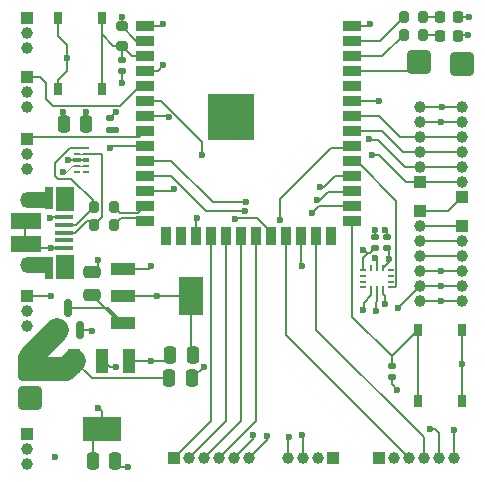
<source format=gbr>
%TF.GenerationSoftware,KiCad,Pcbnew,9.0.3*%
%TF.CreationDate,2025-08-28T21:38:12+08:00*%
%TF.ProjectId,ESP32_Board,45535033-325f-4426-9f61-72642e6b6963,rev?*%
%TF.SameCoordinates,Original*%
%TF.FileFunction,Copper,L1,Top*%
%TF.FilePolarity,Positive*%
%FSLAX46Y46*%
G04 Gerber Fmt 4.6, Leading zero omitted, Abs format (unit mm)*
G04 Created by KiCad (PCBNEW 9.0.3) date 2025-08-28 21:38:12*
%MOMM*%
%LPD*%
G01*
G04 APERTURE LIST*
G04 Aperture macros list*
%AMRoundRect*
0 Rectangle with rounded corners*
0 $1 Rounding radius*
0 $2 $3 $4 $5 $6 $7 $8 $9 X,Y pos of 4 corners*
0 Add a 4 corners polygon primitive as box body*
4,1,4,$2,$3,$4,$5,$6,$7,$8,$9,$2,$3,0*
0 Add four circle primitives for the rounded corners*
1,1,$1+$1,$2,$3*
1,1,$1+$1,$4,$5*
1,1,$1+$1,$6,$7*
1,1,$1+$1,$8,$9*
0 Add four rect primitives between the rounded corners*
20,1,$1+$1,$2,$3,$4,$5,0*
20,1,$1+$1,$4,$5,$6,$7,0*
20,1,$1+$1,$6,$7,$8,$9,0*
20,1,$1+$1,$8,$9,$2,$3,0*%
G04 Aperture macros list end*
%TA.AperFunction,SMDPad,CuDef*%
%ADD10R,0.750000X1.000000*%
%TD*%
%TA.AperFunction,SMDPad,CuDef*%
%ADD11RoundRect,0.140000X-0.170000X0.140000X-0.170000X-0.140000X0.170000X-0.140000X0.170000X0.140000X0*%
%TD*%
%TA.AperFunction,SMDPad,CuDef*%
%ADD12RoundRect,0.140000X0.170000X-0.140000X0.170000X0.140000X-0.170000X0.140000X-0.170000X-0.140000X0*%
%TD*%
%TA.AperFunction,ComponentPad*%
%ADD13R,1.000000X1.000000*%
%TD*%
%TA.AperFunction,ComponentPad*%
%ADD14C,1.000000*%
%TD*%
%TA.AperFunction,SMDPad,CuDef*%
%ADD15RoundRect,0.250000X-0.250000X-0.475000X0.250000X-0.475000X0.250000X0.475000X-0.250000X0.475000X0*%
%TD*%
%TA.AperFunction,SMDPad,CuDef*%
%ADD16RoundRect,0.250000X0.475000X-0.250000X0.475000X0.250000X-0.475000X0.250000X-0.475000X-0.250000X0*%
%TD*%
%TA.AperFunction,SMDPad,CuDef*%
%ADD17RoundRect,0.200000X0.200000X0.275000X-0.200000X0.275000X-0.200000X-0.275000X0.200000X-0.275000X0*%
%TD*%
%TA.AperFunction,SMDPad,CuDef*%
%ADD18R,1.500000X0.900000*%
%TD*%
%TA.AperFunction,SMDPad,CuDef*%
%ADD19R,0.900000X1.500000*%
%TD*%
%TA.AperFunction,HeatsinkPad*%
%ADD20C,0.600000*%
%TD*%
%TA.AperFunction,HeatsinkPad*%
%ADD21R,3.900000X3.900000*%
%TD*%
%TA.AperFunction,SMDPad,CuDef*%
%ADD22RoundRect,0.300000X-0.700000X-0.700000X0.700000X-0.700000X0.700000X0.700000X-0.700000X0.700000X0*%
%TD*%
%TA.AperFunction,SMDPad,CuDef*%
%ADD23R,0.625000X0.250000*%
%TD*%
%TA.AperFunction,SMDPad,CuDef*%
%ADD24R,0.700000X0.450000*%
%TD*%
%TA.AperFunction,SMDPad,CuDef*%
%ADD25R,0.575000X0.450000*%
%TD*%
%TA.AperFunction,SMDPad,CuDef*%
%ADD26R,1.650000X0.400000*%
%TD*%
%TA.AperFunction,SMDPad,CuDef*%
%ADD27R,0.700000X1.825000*%
%TD*%
%TA.AperFunction,SMDPad,CuDef*%
%ADD28R,1.500000X2.000000*%
%TD*%
%TA.AperFunction,SMDPad,CuDef*%
%ADD29R,2.000000X1.350000*%
%TD*%
%TA.AperFunction,HeatsinkPad*%
%ADD30O,1.700000X1.350000*%
%TD*%
%TA.AperFunction,HeatsinkPad*%
%ADD31O,1.500000X1.100000*%
%TD*%
%TA.AperFunction,SMDPad,CuDef*%
%ADD32R,2.500000X1.430000*%
%TD*%
%TA.AperFunction,SMDPad,CuDef*%
%ADD33RoundRect,0.250000X0.250000X0.475000X-0.250000X0.475000X-0.250000X-0.475000X0.250000X-0.475000X0*%
%TD*%
%TA.AperFunction,SMDPad,CuDef*%
%ADD34RoundRect,0.300000X0.700000X0.700000X-0.700000X0.700000X-0.700000X-0.700000X0.700000X-0.700000X0*%
%TD*%
%TA.AperFunction,SMDPad,CuDef*%
%ADD35R,2.150000X1.000000*%
%TD*%
%TA.AperFunction,SMDPad,CuDef*%
%ADD36R,2.150000X3.250000*%
%TD*%
%TA.AperFunction,SMDPad,CuDef*%
%ADD37R,0.475000X0.250000*%
%TD*%
%TA.AperFunction,SMDPad,CuDef*%
%ADD38R,0.250000X0.475000*%
%TD*%
%TA.AperFunction,SMDPad,CuDef*%
%ADD39RoundRect,0.218750X0.218750X0.256250X-0.218750X0.256250X-0.218750X-0.256250X0.218750X-0.256250X0*%
%TD*%
%TA.AperFunction,SMDPad,CuDef*%
%ADD40RoundRect,0.200000X-0.275000X0.200000X-0.275000X-0.200000X0.275000X-0.200000X0.275000X0.200000X0*%
%TD*%
%TA.AperFunction,SMDPad,CuDef*%
%ADD41RoundRect,0.150000X0.150000X-0.587500X0.150000X0.587500X-0.150000X0.587500X-0.150000X-0.587500X0*%
%TD*%
%TA.AperFunction,SMDPad,CuDef*%
%ADD42R,1.000000X2.150000*%
%TD*%
%TA.AperFunction,SMDPad,CuDef*%
%ADD43R,3.250000X2.150000*%
%TD*%
%TA.AperFunction,ViaPad*%
%ADD44C,0.600000*%
%TD*%
%TA.AperFunction,Conductor*%
%ADD45C,0.200000*%
%TD*%
%TA.AperFunction,Conductor*%
%ADD46C,0.100000*%
%TD*%
%TA.AperFunction,Conductor*%
%ADD47C,2.000000*%
%TD*%
G04 APERTURE END LIST*
D10*
%TO.P,S2,A*%
%TO.N,GND*%
X134325000Y-75900000D03*
%TO.P,S2,B*%
X134325000Y-81900000D03*
%TO.P,S2,C*%
%TO.N,/ESP32/BOOT*%
X130575000Y-75900000D03*
%TO.P,S2,D*%
X130575000Y-81900000D03*
%TD*%
%TO.P,S1,A*%
%TO.N,GND*%
X100075000Y-55512500D03*
%TO.P,S1,B*%
X100075000Y-49512500D03*
%TO.P,S1,C*%
%TO.N,/ESP32/ENABLE*%
X103825000Y-55512500D03*
%TO.P,S1,D*%
X103825000Y-49512500D03*
%TD*%
D11*
%TO.P,C23,1*%
%TO.N,GND*%
X128000000Y-68040000D03*
%TO.P,C23,2*%
%TO.N,/ESP32/3V3*%
X128000000Y-69000000D03*
%TD*%
D12*
%TO.P,C14,1*%
%TO.N,/ESP32/3V3*%
X104500000Y-58930000D03*
%TO.P,C14,2*%
%TO.N,GND*%
X104500000Y-57970000D03*
%TD*%
D11*
%TO.P,C13,1*%
%TO.N,/ESP32/BOOT*%
X128350000Y-78920000D03*
%TO.P,C13,2*%
%TO.N,GND*%
X128350000Y-79880000D03*
%TD*%
%TO.P,C12,1*%
%TO.N,/ESP32/ENABLE*%
X105500000Y-53020000D03*
%TO.P,C12,2*%
%TO.N,GND*%
X105500000Y-53980000D03*
%TD*%
%TO.P,C9,1*%
%TO.N,GND*%
X126975000Y-68040000D03*
%TO.P,C9,2*%
%TO.N,/ESP32/3V3*%
X126975000Y-69000000D03*
%TD*%
D13*
%TO.P,J8,1,Pin_1*%
%TO.N,/ESP32/US2*%
X97500000Y-59730000D03*
D14*
%TO.P,J8,2,Pin_2*%
%TO.N,/ESP32/5V*%
X97500000Y-61000000D03*
%TO.P,J8,3,Pin_3*%
%TO.N,GND*%
X97500000Y-62270000D03*
%TD*%
D15*
%TO.P,C11,1*%
%TO.N,/ESP32/5V*%
X103050000Y-87000000D03*
%TO.P,C11,2*%
%TO.N,GND*%
X104950000Y-87000000D03*
%TD*%
D16*
%TO.P,C19,1*%
%TO.N,Net-(ESP3V3-IN)*%
X103000000Y-72900000D03*
%TO.P,C19,2*%
%TO.N,GND*%
X103000000Y-71000000D03*
%TD*%
D13*
%TO.P,J7,1,Pin_1*%
%TO.N,/ESP32/US1*%
X97500000Y-84730000D03*
D14*
%TO.P,J7,2,Pin_2*%
%TO.N,/ESP32/5V*%
X97500000Y-86000000D03*
%TO.P,J7,3,Pin_3*%
%TO.N,GND*%
X97500000Y-87270000D03*
%TD*%
D17*
%TO.P,R8,1*%
%TO.N,Net-(D4-A)*%
X131025000Y-50900000D03*
%TO.P,R8,2*%
%TO.N,/ESP32/LED3*%
X129375000Y-50900000D03*
%TD*%
D13*
%TO.P,J11,1,Pin_1*%
%TO.N,/ESP32/US5*%
X97500000Y-54500000D03*
D14*
%TO.P,J11,2,Pin_2*%
%TO.N,/ESP32/5V*%
X97500000Y-55770000D03*
%TO.P,J11,3,Pin_3*%
%TO.N,GND*%
X97500000Y-57040000D03*
%TD*%
D13*
%TO.P,J19,1,Pin_1*%
%TO.N,/ESP32/TX*%
X123400000Y-86700000D03*
D14*
%TO.P,J19,2,Pin_2*%
%TO.N,/ESP32/RX*%
X122130000Y-86700000D03*
%TO.P,J19,3,Pin_3*%
%TO.N,/ESP32/3V3*%
X120860000Y-86700000D03*
%TO.P,J19,4,Pin_4*%
%TO.N,GND*%
X119590000Y-86700000D03*
%TD*%
D17*
%TO.P,R11,1*%
%TO.N,Net-(U1-USB_D+)*%
X104825000Y-67000000D03*
%TO.P,R11,2*%
%TO.N,/ESP32/USB_P*%
X103175000Y-67000000D03*
%TD*%
D18*
%TO.P,U1,1,GND*%
%TO.N,GND*%
X107500000Y-50150000D03*
%TO.P,U1,2,3V3*%
%TO.N,/ESP32/3V3*%
X107500000Y-51420000D03*
%TO.P,U1,3,EN*%
%TO.N,/ESP32/ENABLE*%
X107500000Y-52690000D03*
%TO.P,U1,4,IO4*%
%TO.N,/ESP32/US4*%
X107500000Y-53960000D03*
%TO.P,U1,5,IO5*%
%TO.N,/ESP32/US5*%
X107500000Y-55230000D03*
%TO.P,U1,6,IO6*%
%TO.N,/ESP32/SDA2*%
X107500000Y-56500000D03*
%TO.P,U1,7,IO7*%
%TO.N,/ESP32/SCL2*%
X107500000Y-57770000D03*
%TO.P,U1,8,IO15*%
%TO.N,/ESP32/US2*%
X107500000Y-59040000D03*
%TO.P,U1,9,IO16*%
%TO.N,/ESP32/US3*%
X107500000Y-60310000D03*
%TO.P,U1,10,IO17*%
%TO.N,/ESP32/TX*%
X107500000Y-61580000D03*
%TO.P,U1,11,IO18*%
%TO.N,/ESP32/RX*%
X107500000Y-62850000D03*
%TO.P,U1,12,IO8*%
%TO.N,/ESP32/SDA1*%
X107500000Y-64120000D03*
%TO.P,U1,13,USB_D-*%
%TO.N,Net-(U1-USB_D-)*%
X107500000Y-65390000D03*
%TO.P,U1,14,USB_D+*%
%TO.N,Net-(U1-USB_D+)*%
X107500000Y-66660000D03*
D19*
%TO.P,U1,15,IO3*%
%TO.N,unconnected-(U1-IO3-Pad15)*%
X109265000Y-67910000D03*
%TO.P,U1,16,IO46*%
%TO.N,unconnected-(U1-IO46-Pad16)*%
X110535000Y-67910000D03*
%TO.P,U1,17,IO9*%
%TO.N,/ESP32/SCL1*%
X111805000Y-67910000D03*
%TO.P,U1,18,IO10*%
%TO.N,/ESP32/CS1*%
X113075000Y-67910000D03*
%TO.P,U1,19,IO11*%
%TO.N,/ESP32/MOSI1*%
X114345000Y-67910000D03*
%TO.P,U1,20,IO12*%
%TO.N,/ESP32/CLK1*%
X115615000Y-67910000D03*
%TO.P,U1,21,IO13*%
%TO.N,/ESP32/MISO1*%
X116885000Y-67910000D03*
%TO.P,U1,22,IO14*%
%TO.N,/ESP32/US1*%
X118155000Y-67910000D03*
%TO.P,U1,23,IO21*%
%TO.N,/ESP32/SDMOSI*%
X119425000Y-67910000D03*
%TO.P,U1,24,IO47*%
%TO.N,/ESP32/SDCLK*%
X120695000Y-67910000D03*
%TO.P,U1,25,IO48*%
%TO.N,/ESP32/SDMISO*%
X121965000Y-67910000D03*
%TO.P,U1,26,IO45*%
%TO.N,unconnected-(U1-IO45-Pad26)*%
X123235000Y-67910000D03*
D18*
%TO.P,U1,27,IO0*%
%TO.N,/ESP32/BOOT*%
X125000000Y-66660000D03*
%TO.P,U1,28,IO35*%
%TO.N,/ESP32/AP_CS2*%
X125000000Y-65390000D03*
%TO.P,U1,29,IO36*%
%TO.N,/ESP32/AP_SCLK2*%
X125000000Y-64120000D03*
%TO.P,U1,30,IO37*%
%TO.N,/ESP32/AP_SDI2*%
X125000000Y-62850000D03*
%TO.P,U1,31,IO38*%
%TO.N,/ESP32/AP_SDO2*%
X125000000Y-61580000D03*
%TO.P,U1,32,IO39*%
%TO.N,/ESP32/SDCS*%
X125000000Y-60310000D03*
%TO.P,U1,33,IO40*%
%TO.N,/ESP32/RESET*%
X125000000Y-59040000D03*
%TO.P,U1,34,IO41*%
%TO.N,/ESP32/PENA*%
X125000000Y-57770000D03*
%TO.P,U1,35,IO42*%
%TO.N,/ESP32/LPN*%
X125000000Y-56500000D03*
%TO.P,U1,36,RXD0*%
%TO.N,unconnected-(U1-RXD0-Pad36)*%
X125000000Y-55230000D03*
%TO.P,U1,37,TXD0*%
%TO.N,/ESP32/TX0*%
X125000000Y-53960000D03*
%TO.P,U1,38,IO2*%
%TO.N,/ESP32/LED3*%
X125000000Y-52690000D03*
%TO.P,U1,39,IO1*%
%TO.N,/ESP32/LED4*%
X125000000Y-51420000D03*
%TO.P,U1,40,GND*%
%TO.N,GND*%
X125000000Y-50150000D03*
D20*
%TO.P,U1,41,GND*%
X113350000Y-57170000D03*
X113350000Y-58570000D03*
X114050000Y-56470000D03*
X114050000Y-57870000D03*
X114050000Y-59270000D03*
X114750000Y-57170000D03*
D21*
X114750000Y-57870000D03*
D20*
X114750000Y-58570000D03*
X115450000Y-56470000D03*
X115450000Y-57870000D03*
X115450000Y-59270000D03*
X116150000Y-57170000D03*
X116150000Y-58570000D03*
%TD*%
D17*
%TO.P,R10,1*%
%TO.N,Net-(U1-USB_D-)*%
X104825000Y-65500000D03*
%TO.P,R10,2*%
%TO.N,/ESP32/USB_N*%
X103175000Y-65500000D03*
%TD*%
D13*
%TO.P,J14,1,Pin_1*%
%TO.N,/ESP32/SDA2*%
X130800000Y-63380000D03*
D14*
%TO.P,J14,2,Pin_2*%
%TO.N,/ESP32/SCL2*%
X130800000Y-62110000D03*
%TO.P,J14,3,Pin_3*%
%TO.N,/ESP32/RESET*%
X130800000Y-60840000D03*
%TO.P,J14,4,Pin_4*%
%TO.N,/ESP32/PENA*%
X130800000Y-59570000D03*
%TO.P,J14,5,Pin_5*%
%TO.N,/ESP32/3V3*%
X130800000Y-58300000D03*
%TO.P,J14,6,Pin_6*%
%TO.N,GND*%
X130800000Y-57030000D03*
%TD*%
D13*
%TO.P,J13,1,Pin_1*%
%TO.N,/ESP32/LPN*%
X130800000Y-65840000D03*
D14*
%TO.P,J13,2,Pin_2*%
%TO.N,/ESP32/SDA1*%
X130800000Y-67110000D03*
%TO.P,J13,3,Pin_3*%
%TO.N,/ESP32/SCL1*%
X130800000Y-68380000D03*
%TO.P,J13,4,Pin_4*%
%TO.N,/ESP32/RESET*%
X130800000Y-69650000D03*
%TO.P,J13,5,Pin_5*%
%TO.N,/ESP32/PENA*%
X130800000Y-70920000D03*
%TO.P,J13,6,Pin_6*%
%TO.N,/ESP32/3V3*%
X130800000Y-72190000D03*
%TO.P,J13,7,Pin_7*%
%TO.N,GND*%
X130800000Y-73460000D03*
%TD*%
D22*
%TO.P,GND1,1,Pin_1*%
%TO.N,GND*%
X134300000Y-53400000D03*
%TD*%
D23*
%TO.P,U5,1*%
%TO.N,/ESP32/USB_N*%
X101700000Y-60500000D03*
%TO.P,U5,2*%
%TO.N,/ESP32/USB_P*%
X101700000Y-61000000D03*
D24*
%TO.P,U5,3,VSS*%
%TO.N,GND*%
X101737500Y-61500000D03*
D23*
%TO.P,U5,4*%
%TO.N,/ESP32/5V_USB2*%
X101700000Y-62000000D03*
%TO.P,U5,5*%
%TO.N,unconnected-(U5-Pad5)*%
X101700000Y-62500000D03*
%TO.P,U5,6,NC*%
%TO.N,unconnected-(U5-NC-Pad6)*%
X102475000Y-62500000D03*
%TO.P,U5,7,NC*%
%TO.N,/ESP32/5V_USB2*%
X102475000Y-62000000D03*
D25*
%TO.P,U5,8,VSS*%
%TO.N,GND*%
X102500000Y-61500000D03*
D23*
%TO.P,U5,9,NC*%
%TO.N,/ESP32/USB_P*%
X102475000Y-61000000D03*
%TO.P,U5,10,NC*%
%TO.N,/ESP32/USB_N*%
X102475000Y-60500000D03*
%TD*%
D26*
%TO.P,J6,1,VBUS*%
%TO.N,/ESP32/5V_USB2*%
X100580000Y-66350000D03*
%TO.P,J6,2,D-*%
%TO.N,/ESP32/USB_N*%
X100580000Y-67000000D03*
%TO.P,J6,3,D+*%
%TO.N,/ESP32/USB_P*%
X100580000Y-67650000D03*
%TO.P,J6,4,ID*%
%TO.N,unconnected-(J6-ID-Pad4)*%
X100580000Y-68300000D03*
%TO.P,J6,5,GND*%
%TO.N,GND*%
X100580000Y-68950000D03*
D27*
%TO.P,J6,6,Shield*%
X99380000Y-64700000D03*
D28*
X100680000Y-64800000D03*
D29*
X98630000Y-64920000D03*
D30*
X97700000Y-64920000D03*
D31*
X100700000Y-65230000D03*
D32*
X97430000Y-66690000D03*
X97430000Y-68610000D03*
D31*
X100700000Y-70070000D03*
D30*
X97700000Y-70380000D03*
D29*
X98630000Y-70400000D03*
D28*
X100700000Y-70550000D03*
D27*
X99380000Y-70650000D03*
%TD*%
D13*
%TO.P,J10,1,Pin_1*%
%TO.N,/ESP32/US4*%
X97500000Y-49500000D03*
D14*
%TO.P,J10,2,Pin_2*%
%TO.N,/ESP32/5V*%
X97500000Y-50770000D03*
%TO.P,J10,3,Pin_3*%
%TO.N,GND*%
X97500000Y-52040000D03*
%TD*%
D13*
%TO.P,J12,1,Pin_1*%
%TO.N,/ESP32/SDA1*%
X134300000Y-67070000D03*
D14*
%TO.P,J12,2,Pin_2*%
%TO.N,/ESP32/SCL1*%
X134300000Y-68340000D03*
%TO.P,J12,3,Pin_3*%
%TO.N,/ESP32/RESET*%
X134300000Y-69610000D03*
%TO.P,J12,4,Pin_4*%
%TO.N,/ESP32/PENA*%
X134300000Y-70880000D03*
%TO.P,J12,5,Pin_5*%
%TO.N,/ESP32/3V3*%
X134300000Y-72150000D03*
%TO.P,J12,6,Pin_6*%
%TO.N,GND*%
X134300000Y-73420000D03*
%TD*%
D33*
%TO.P,C17,1*%
%TO.N,/ESP32/3V3*%
X111500000Y-78000000D03*
%TO.P,C17,2*%
%TO.N,GND*%
X109600000Y-78000000D03*
%TD*%
D34*
%TO.P,J20,1,Pin_1*%
%TO.N,Net-(J20-Pin_1)*%
X97700000Y-79200000D03*
%TO.P,J20,2,Pin_2*%
%TO.N,GND*%
X97700000Y-81700000D03*
%TD*%
D13*
%TO.P,J15,1,Pin_1*%
%TO.N,/ESP32/LPN*%
X134300000Y-64650000D03*
D14*
%TO.P,J15,2,Pin_2*%
%TO.N,/ESP32/SDA2*%
X134300000Y-63380000D03*
%TO.P,J15,3,Pin_3*%
%TO.N,/ESP32/SCL2*%
X134300000Y-62110000D03*
%TO.P,J15,4,Pin_4*%
%TO.N,/ESP32/RESET*%
X134300000Y-60840000D03*
%TO.P,J15,5,Pin_5*%
%TO.N,/ESP32/PENA*%
X134300000Y-59570000D03*
%TO.P,J15,6,Pin_6*%
%TO.N,/ESP32/3V3*%
X134300000Y-58300000D03*
%TO.P,J15,7,Pin_7*%
%TO.N,GND*%
X134300000Y-57030000D03*
%TD*%
D35*
%TO.P,ESP3V3,1,GND*%
%TO.N,GND*%
X105600000Y-70700000D03*
%TO.P,ESP3V3,2,OUT*%
%TO.N,/ESP32/3V3*%
X105600000Y-73000000D03*
%TO.P,ESP3V3,3,IN*%
%TO.N,Net-(ESP3V3-IN)*%
X105600000Y-75300000D03*
D36*
%TO.P,ESP3V3,4,OUT*%
%TO.N,/ESP32/3V3*%
X111400000Y-73000000D03*
%TD*%
D37*
%TO.P,U7,1,AP_SDO/AP_AD0*%
%TO.N,/ESP32/AP_SDO2*%
X128300000Y-72300000D03*
%TO.P,U7,2,RESV/AUX1_SDIO/AUX1_SDI/MAS_DA*%
%TO.N,unconnected-(U7-RESV{slash}AUX1_SDIO{slash}AUX1_SDI{slash}MAS_DA-Pad2)*%
X128300000Y-71800000D03*
%TO.P,U7,3,RESV/AUX1_SCLK/MAS_CLK*%
%TO.N,unconnected-(U7-RESV{slash}AUX1_SCLK{slash}MAS_CLK-Pad3)*%
X128300000Y-71300000D03*
%TO.P,U7,4,INT1/INT*%
%TO.N,unconnected-(U7-INT1{slash}INT-Pad4)*%
X128300000Y-70800000D03*
D38*
%TO.P,U7,5,VDDIO*%
%TO.N,/ESP32/3V3*%
X127637500Y-70637500D03*
%TO.P,U7,6,GND*%
%TO.N,GND*%
X127137500Y-70637500D03*
%TO.P,U7,7,RESV*%
%TO.N,unconnected-(U7-RESV-Pad7)*%
X126637500Y-70637500D03*
D37*
%TO.P,U7,8,VDD*%
%TO.N,/ESP32/3V3*%
X125975000Y-70800000D03*
%TO.P,U7,9,INT2/FSYNC/CLKIN*%
%TO.N,unconnected-(U7-INT2{slash}FSYNC{slash}CLKIN-Pad9)*%
X125975000Y-71300000D03*
%TO.P,U7,10,RESV/AUX1_CS*%
%TO.N,unconnected-(U7-RESV{slash}AUX1_CS-Pad10)*%
X125975000Y-71800000D03*
%TO.P,U7,11,RESV/AUX1_SDO*%
%TO.N,unconnected-(U7-RESV{slash}AUX1_SDO-Pad11)*%
X125975000Y-72300000D03*
D38*
%TO.P,U7,12,AP_CS*%
%TO.N,/ESP32/AP_CS2*%
X126637500Y-72462500D03*
%TO.P,U7,13,AP_SCL/AP_SCLK*%
%TO.N,/ESP32/AP_SCLK2*%
X127137500Y-72462500D03*
%TO.P,U7,14,AP_SDA/AP_SDIO/AP_SDI*%
%TO.N,/ESP32/AP_SDI2*%
X127637500Y-72462500D03*
%TD*%
D15*
%TO.P,C15,1*%
%TO.N,/ESP32/3V3*%
X100600000Y-58450000D03*
%TO.P,C15,2*%
%TO.N,GND*%
X102500000Y-58450000D03*
%TD*%
D13*
%TO.P,J9,1,Pin_1*%
%TO.N,/ESP32/US3*%
X97500000Y-73000000D03*
D14*
%TO.P,J9,2,Pin_2*%
%TO.N,/ESP32/5V*%
X97500000Y-74270000D03*
%TO.P,J9,3,Pin_3*%
%TO.N,GND*%
X97500000Y-75540000D03*
%TD*%
D39*
%TO.P,D4,1,K*%
%TO.N,GND*%
X133987500Y-51000000D03*
%TO.P,D4,2,A*%
%TO.N,Net-(D4-A)*%
X132412500Y-51000000D03*
%TD*%
D40*
%TO.P,R12,1*%
%TO.N,/ESP32/3V3*%
X105500000Y-50175000D03*
%TO.P,R12,2*%
%TO.N,/ESP32/ENABLE*%
X105500000Y-51825000D03*
%TD*%
D41*
%TO.P,D6,1*%
%TO.N,Net-(J20-Pin_1)*%
X100050000Y-75937500D03*
%TO.P,D6,2*%
%TO.N,/ESP32/5V_USB2*%
X101950000Y-75937500D03*
%TO.P,D6,3*%
%TO.N,Net-(ESP3V3-IN)*%
X101000000Y-74062500D03*
%TD*%
D13*
%TO.P,J16,1,Pin_1*%
%TO.N,/ESP32/SDCS*%
X127290000Y-86700000D03*
D14*
%TO.P,J16,2,Pin_2*%
%TO.N,/ESP32/SDCLK*%
X128560000Y-86700000D03*
%TO.P,J16,3,Pin_3*%
%TO.N,/ESP32/SDMOSI*%
X129830000Y-86700000D03*
%TO.P,J16,4,Pin_4*%
%TO.N,/ESP32/SDMISO*%
X131100000Y-86700000D03*
%TO.P,J16,5,Pin_5*%
%TO.N,/ESP32/3V3*%
X132370000Y-86700000D03*
%TO.P,J16,6,Pin_6*%
%TO.N,GND*%
X133640000Y-86700000D03*
%TD*%
D17*
%TO.P,R9,1*%
%TO.N,Net-(D5-A)*%
X131025000Y-49400000D03*
%TO.P,R9,2*%
%TO.N,/ESP32/LED4*%
X129375000Y-49400000D03*
%TD*%
D42*
%TO.P,U3,1,GND*%
%TO.N,GND*%
X106100000Y-78500000D03*
%TO.P,U3,2,OUT*%
%TO.N,/ESP32/5V*%
X103800000Y-78500000D03*
%TO.P,U3,3,IN*%
%TO.N,Net-(J20-Pin_1)*%
X101500000Y-78500000D03*
D43*
%TO.P,U3,4,OUT*%
%TO.N,/ESP32/5V*%
X103800000Y-84300000D03*
%TD*%
D15*
%TO.P,C20,1*%
%TO.N,Net-(J20-Pin_1)*%
X109550000Y-80000000D03*
%TO.P,C20,2*%
%TO.N,GND*%
X111450000Y-80000000D03*
%TD*%
D39*
%TO.P,D5,1,K*%
%TO.N,GND*%
X133987500Y-49400000D03*
%TO.P,D5,2,A*%
%TO.N,Net-(D5-A)*%
X132412500Y-49400000D03*
%TD*%
D13*
%TO.P,J17,1,Pin_1*%
%TO.N,/ESP32/CS1*%
X109950000Y-86700000D03*
D14*
%TO.P,J17,2,Pin_2*%
%TO.N,/ESP32/MOSI1*%
X111220000Y-86700000D03*
%TO.P,J17,3,Pin_3*%
%TO.N,/ESP32/CLK1*%
X112490000Y-86700000D03*
%TO.P,J17,4,Pin_4*%
%TO.N,/ESP32/MISO1*%
X113760000Y-86700000D03*
%TO.P,J17,5,Pin_5*%
%TO.N,/ESP32/3V3*%
X115030000Y-86700000D03*
%TO.P,J17,6,Pin_6*%
%TO.N,GND*%
X116300000Y-86700000D03*
%TD*%
D22*
%TO.P,TX_SBUS1,1,Pin_1*%
%TO.N,/ESP32/TX0*%
X130700000Y-53200000D03*
%TD*%
D44*
%TO.N,/ESP32/3V3*%
X128900000Y-74050000D03*
X128100000Y-69850000D03*
%TO.N,GND*%
X99850342Y-86673686D03*
X134325000Y-78800000D03*
X128850000Y-80950000D03*
X100850000Y-52900000D03*
X105000000Y-57450000D03*
X102500000Y-57450000D03*
%TO.N,/ESP32/3V3*%
X100500000Y-57450000D03*
%TO.N,GND*%
X117800000Y-84900000D03*
X127775000Y-67420000D03*
X132500000Y-73460000D03*
X134800000Y-50900000D03*
X134800000Y-53000000D03*
X106000000Y-87500000D03*
X105550000Y-54973000D03*
X133800000Y-53900000D03*
X134700000Y-53800000D03*
X99500000Y-68950000D03*
X112500000Y-79000000D03*
X101000000Y-61500000D03*
X126950000Y-69800000D03*
X134900000Y-49400000D03*
X98200000Y-81300000D03*
X132600000Y-57030000D03*
X108000000Y-70500000D03*
X108000000Y-78500000D03*
X119650000Y-84950000D03*
X97200000Y-82100000D03*
X97200000Y-81300000D03*
X109000000Y-50000000D03*
X103500000Y-70000000D03*
X126975000Y-67420000D03*
X133800000Y-53000000D03*
X126500000Y-50000000D03*
X98100000Y-82100000D03*
X133600000Y-84400000D03*
%TO.N,/ESP32/5V*%
X103500000Y-82500000D03*
X105000000Y-79000000D03*
%TO.N,/ESP32/3V3*%
X105000000Y-58950000D03*
X108500000Y-73000000D03*
X116600000Y-84800000D03*
X125975000Y-69100000D03*
X105500000Y-49400000D03*
X132500000Y-58300000D03*
X120800000Y-84800000D03*
X132500000Y-72150000D03*
X131600000Y-84300000D03*
%TO.N,/ESP32/US1*%
X115100000Y-66500000D03*
%TO.N,/ESP32/US3*%
X104500000Y-60500000D03*
X99500000Y-73000000D03*
%TO.N,/ESP32/US4*%
X109000000Y-53500000D03*
%TO.N,/ESP32/PENA*%
X132505000Y-70920000D03*
%TO.N,/ESP32/SCL1*%
X111900000Y-66400000D03*
%TO.N,/ESP32/SDA1*%
X109900000Y-64000000D03*
%TO.N,/ESP32/LPN*%
X127300000Y-56500000D03*
%TO.N,/ESP32/SDA2*%
X112300000Y-61100000D03*
X126700000Y-61100000D03*
%TO.N,/ESP32/SCL2*%
X126450000Y-59750000D03*
X109500000Y-57900000D03*
%TO.N,/ESP32/TX*%
X116000125Y-65096000D03*
%TO.N,/ESP32/RX*%
X115977354Y-65822646D03*
%TO.N,/ESP32/SDCS*%
X118900000Y-66600000D03*
%TO.N,/ESP32/AP_SCLK2*%
X127000000Y-74300000D03*
X122000000Y-64900000D03*
%TO.N,/ESP32/SDCLK*%
X120800000Y-70500000D03*
%TO.N,/ESP32/AP_SDI2*%
X122300000Y-63800000D03*
X127800000Y-73700000D03*
%TO.N,/ESP32/AP_CS2*%
X121600000Y-66000000D03*
X125900000Y-74200000D03*
%TO.N,/ESP32/5V_USB2*%
X99400000Y-66400000D03*
X103000000Y-76000000D03*
X100500000Y-62500000D03*
%TD*%
D45*
%TO.N,/ESP32/3V3*%
X128940000Y-74050000D02*
X128900000Y-74050000D01*
X130800000Y-72190000D02*
X128940000Y-74050000D01*
X128100000Y-69850000D02*
X128100000Y-69100000D01*
X128100000Y-69100000D02*
X128000000Y-69000000D01*
X128100000Y-70175000D02*
X128100000Y-69850000D01*
X127637500Y-70637500D02*
X128100000Y-70175000D01*
%TO.N,GND*%
X128000000Y-67645000D02*
X127775000Y-67420000D01*
X128000000Y-68040000D02*
X128000000Y-67645000D01*
%TO.N,/ESP32/BOOT*%
X125000000Y-74775000D02*
X128350000Y-78125000D01*
X125000000Y-66660000D02*
X125000000Y-74775000D01*
%TO.N,/ESP32/ENABLE*%
X103825000Y-52550000D02*
X103825000Y-50700000D01*
X103825000Y-50700000D02*
X103825000Y-49512500D01*
X103825000Y-55512500D02*
X103825000Y-52550000D01*
%TO.N,GND*%
X134325000Y-78800000D02*
X134325000Y-75900000D01*
X134325000Y-81900000D02*
X134325000Y-78800000D01*
X128350000Y-80450000D02*
X128850000Y-80950000D01*
X128350000Y-79880000D02*
X128350000Y-80450000D01*
%TO.N,/ESP32/BOOT*%
X130575000Y-81900000D02*
X130575000Y-75900000D01*
X128350000Y-78125000D02*
X130575000Y-75900000D01*
X128350000Y-78920000D02*
X128350000Y-78125000D01*
%TO.N,/ESP32/ENABLE*%
X104800000Y-51825000D02*
X103825000Y-50850000D01*
X105500000Y-51825000D02*
X104800000Y-51825000D01*
X103825000Y-50850000D02*
X103825000Y-50700000D01*
%TO.N,GND*%
X100850000Y-52900000D02*
X100850000Y-51750000D01*
X100075000Y-50975000D02*
X100075000Y-49512500D01*
X100850000Y-54000000D02*
X100850000Y-52900000D01*
X100850000Y-51750000D02*
X100075000Y-50975000D01*
X100075000Y-54775000D02*
X100850000Y-54000000D01*
X100075000Y-55512500D02*
X100075000Y-54775000D01*
%TO.N,/ESP32/US5*%
X99100000Y-55000000D02*
X98600000Y-54500000D01*
X99100000Y-56350000D02*
X99100000Y-55000000D01*
X98600000Y-54500000D02*
X97500000Y-54500000D01*
X105350000Y-56900000D02*
X99650000Y-56900000D01*
X99650000Y-56900000D02*
X99100000Y-56350000D01*
X107020000Y-55230000D02*
X105350000Y-56900000D01*
X107500000Y-55230000D02*
X107020000Y-55230000D01*
%TO.N,/ESP32/US2*%
X106940000Y-59600000D02*
X97630000Y-59600000D01*
X97630000Y-59600000D02*
X97500000Y-59730000D01*
X107500000Y-59040000D02*
X106940000Y-59600000D01*
%TO.N,GND*%
X105550000Y-54030000D02*
X105500000Y-53980000D01*
X105550000Y-54973000D02*
X105550000Y-54030000D01*
X105500000Y-54923000D02*
X105550000Y-54973000D01*
%TO.N,/ESP32/3V3*%
X105500000Y-50175000D02*
X105500000Y-49400000D01*
%TO.N,/ESP32/ENABLE*%
X105500000Y-53020000D02*
X105500000Y-51825000D01*
%TO.N,GND*%
X126975000Y-68040000D02*
X126975000Y-67420000D01*
X127137500Y-69987500D02*
X127137500Y-70637500D01*
X126950000Y-69800000D02*
X127137500Y-69987500D01*
%TO.N,/ESP32/3V3*%
X126395000Y-69420000D02*
X126555000Y-69420000D01*
X126555000Y-69420000D02*
X126975000Y-69000000D01*
%TO.N,/ESP32/BOOT*%
X124850000Y-66810000D02*
X125000000Y-66660000D01*
%TO.N,GND*%
X116300000Y-86700000D02*
X117800000Y-85200000D01*
X133640000Y-86700000D02*
X133640000Y-84440000D01*
X117800000Y-85200000D02*
X117800000Y-84900000D01*
X133640000Y-84440000D02*
X133600000Y-84400000D01*
X133987500Y-50900000D02*
X134800000Y-50900000D01*
X104500000Y-57950000D02*
X105000000Y-57450000D01*
X132500000Y-73460000D02*
X134260000Y-73460000D01*
X103000000Y-71000000D02*
X103500000Y-70500000D01*
X109100000Y-78500000D02*
X108000000Y-78500000D01*
X130800000Y-73460000D02*
X132500000Y-73460000D01*
X119590000Y-85010000D02*
X119650000Y-84950000D01*
X99000000Y-68950000D02*
X97690000Y-68950000D01*
X107800000Y-70700000D02*
X108000000Y-70500000D01*
X108000000Y-78500000D02*
X106100000Y-78500000D01*
X104950000Y-87000000D02*
X105450000Y-87500000D01*
X100500000Y-68950000D02*
X99500000Y-68950000D01*
X111450000Y-80000000D02*
X112450000Y-79000000D01*
X128350000Y-79720000D02*
X128520000Y-79720000D01*
X107500000Y-50150000D02*
X108850000Y-50150000D01*
X99500000Y-68950000D02*
X99000000Y-68950000D01*
X105600000Y-70700000D02*
X107800000Y-70700000D01*
X112500000Y-79000000D02*
X112450000Y-79000000D01*
X97690000Y-68950000D02*
X97350000Y-68610000D01*
X102500000Y-58450000D02*
X102500000Y-57450000D01*
X109000000Y-50000000D02*
X108850000Y-50150000D01*
X109600000Y-78000000D02*
X109100000Y-78500000D01*
X102500000Y-61500000D02*
X101737500Y-61500000D01*
X105450000Y-87500000D02*
X106000000Y-87500000D01*
X103500000Y-70500000D02*
X103500000Y-70000000D01*
X133987500Y-49400000D02*
X134900000Y-49400000D01*
X125000000Y-50150000D02*
X126350000Y-50150000D01*
X126350000Y-50150000D02*
X126500000Y-50000000D01*
X130800000Y-57030000D02*
X132600000Y-57030000D01*
X119650000Y-84950000D02*
X119700000Y-84900000D01*
X101737500Y-61500000D02*
X101000000Y-61500000D01*
X132600000Y-57030000D02*
X134300000Y-57030000D01*
X134260000Y-73460000D02*
X134300000Y-73420000D01*
X97350000Y-66690000D02*
X97350000Y-68610000D01*
X119590000Y-86700000D02*
X119590000Y-85010000D01*
%TO.N,/ESP32/5V*%
X103800000Y-82800000D02*
X103500000Y-82500000D01*
X103050000Y-87000000D02*
X103050000Y-85050000D01*
X103800000Y-84300000D02*
X103800000Y-82800000D01*
X104000000Y-78500000D02*
X104500000Y-79000000D01*
X104500000Y-79000000D02*
X105000000Y-79000000D01*
X103800000Y-78500000D02*
X104000000Y-78500000D01*
X103050000Y-85050000D02*
X103800000Y-84300000D01*
%TO.N,/ESP32/ENABLE*%
X106365000Y-52690000D02*
X105500000Y-51825000D01*
X107500000Y-52690000D02*
X106365000Y-52690000D01*
%TO.N,/ESP32/3V3*%
X104500000Y-58770000D02*
X104820000Y-58770000D01*
X111400000Y-77400000D02*
X111400000Y-73000000D01*
X111450000Y-74450000D02*
X111300000Y-74300000D01*
X115030000Y-86700000D02*
X116600000Y-85130000D01*
X108500000Y-73000000D02*
X105600000Y-73000000D01*
X111500000Y-77500000D02*
X111400000Y-77400000D01*
X131600000Y-84300000D02*
X132040000Y-84300000D01*
X126395000Y-69420000D02*
X125975000Y-69840000D01*
X130800000Y-58300000D02*
X132500000Y-58300000D01*
X116600000Y-85130000D02*
X116600000Y-84800000D01*
X100600000Y-57550000D02*
X100500000Y-57450000D01*
X104820000Y-58770000D02*
X105000000Y-58950000D01*
X116600000Y-84800000D02*
X116600000Y-84700000D01*
X125975000Y-69840000D02*
X125975000Y-70800000D01*
X132040000Y-84300000D02*
X132370000Y-84630000D01*
X132500000Y-72150000D02*
X130840000Y-72150000D01*
X120800000Y-84800000D02*
X120860000Y-84860000D01*
X111400000Y-73000000D02*
X108500000Y-73000000D01*
X132370000Y-84630000D02*
X132370000Y-86700000D01*
X132500000Y-58300000D02*
X134300000Y-58300000D01*
X126395000Y-69420000D02*
X126295000Y-69420000D01*
X107500000Y-51420000D02*
X106745000Y-51420000D01*
X100600000Y-58450000D02*
X100600000Y-57550000D01*
X134300000Y-72150000D02*
X132500000Y-72150000D01*
X106745000Y-51420000D02*
X105500000Y-50175000D01*
X130840000Y-72150000D02*
X130800000Y-72190000D01*
X126295000Y-69420000D02*
X125975000Y-69100000D01*
X111500000Y-78000000D02*
X111500000Y-77500000D01*
X120860000Y-86700000D02*
X120860000Y-84860000D01*
%TO.N,Net-(ESP3V3-IN)*%
X104362500Y-74062500D02*
X101000000Y-74062500D01*
X105600000Y-75300000D02*
X105400000Y-75300000D01*
X105600000Y-75300000D02*
X104362500Y-74062500D01*
X105400000Y-75300000D02*
X103000000Y-72900000D01*
%TO.N,Net-(D4-A)*%
X131025000Y-50900000D02*
X132412500Y-50900000D01*
%TO.N,Net-(D5-A)*%
X131025000Y-49400000D02*
X132412500Y-49400000D01*
%TO.N,/ESP32/USB_P*%
X103876000Y-60974000D02*
X102475000Y-60974000D01*
X103175000Y-67000000D02*
X103876000Y-66299000D01*
X103175000Y-67000000D02*
X102975000Y-66800000D01*
X100500000Y-67650000D02*
X101592100Y-67650000D01*
X101592100Y-67650000D02*
X102542100Y-66700000D01*
D46*
X102475000Y-61000000D02*
X101700000Y-61000000D01*
D45*
X103876000Y-66299000D02*
X103876000Y-60974000D01*
X102542100Y-66700000D02*
X102875000Y-66700000D01*
X102875000Y-66700000D02*
X103175000Y-67000000D01*
%TO.N,/ESP32/USB_N*%
X100101000Y-63101000D02*
X99899000Y-62899000D01*
X101700000Y-60500000D02*
X102475000Y-60500000D01*
X101253000Y-63101000D02*
X100101000Y-63101000D01*
X99899000Y-61751057D02*
X101150057Y-60500000D01*
X101150057Y-60500000D02*
X101700000Y-60500000D01*
X99899000Y-62899000D02*
X99899000Y-61751057D01*
X103175000Y-65500000D02*
X103175000Y-65023000D01*
X100500000Y-67000000D02*
X101675000Y-67000000D01*
X103175000Y-65023000D02*
X101253000Y-63101000D01*
X101675000Y-67000000D02*
X103175000Y-65500000D01*
%TO.N,/ESP32/US1*%
X118155000Y-67610000D02*
X118155000Y-67910000D01*
X116945000Y-66400000D02*
X118155000Y-67610000D01*
X115200000Y-66400000D02*
X115100000Y-66500000D01*
X116945000Y-66400000D02*
X115200000Y-66400000D01*
%TO.N,/ESP32/US3*%
X107500000Y-60310000D02*
X104690000Y-60310000D01*
X104690000Y-60310000D02*
X104500000Y-60500000D01*
X97500000Y-73000000D02*
X99500000Y-73000000D01*
%TO.N,/ESP32/US4*%
X107500000Y-53960000D02*
X108540000Y-53960000D01*
X108540000Y-53960000D02*
X109000000Y-53500000D01*
%TO.N,/ESP32/PENA*%
X127270000Y-57770000D02*
X125000000Y-57770000D01*
X130800000Y-59570000D02*
X129070000Y-59570000D01*
X130800000Y-70920000D02*
X132505000Y-70920000D01*
X134300000Y-59570000D02*
X130800000Y-59570000D01*
X129070000Y-59570000D02*
X127270000Y-57770000D01*
X132505000Y-70920000D02*
X134260000Y-70920000D01*
X134260000Y-70920000D02*
X134300000Y-70880000D01*
%TO.N,/ESP32/SCL1*%
X134260000Y-68380000D02*
X134300000Y-68340000D01*
X130800000Y-68380000D02*
X134260000Y-68380000D01*
X111805000Y-67910000D02*
X111805000Y-66495000D01*
X111805000Y-66495000D02*
X111900000Y-66400000D01*
%TO.N,/ESP32/SDA1*%
X130840000Y-67070000D02*
X130800000Y-67110000D01*
X109780000Y-64120000D02*
X107500000Y-64120000D01*
X134300000Y-67070000D02*
X130840000Y-67070000D01*
X109900000Y-64000000D02*
X109780000Y-64120000D01*
X107720000Y-63900000D02*
X107500000Y-64120000D01*
%TO.N,/ESP32/RESET*%
X130800000Y-60840000D02*
X134300000Y-60840000D01*
X130840000Y-69610000D02*
X130800000Y-69650000D01*
X134300000Y-69610000D02*
X130840000Y-69610000D01*
X129340000Y-60840000D02*
X127540000Y-59040000D01*
X130800000Y-60840000D02*
X129340000Y-60840000D01*
X127540000Y-59040000D02*
X125000000Y-59040000D01*
%TO.N,/ESP32/LPN*%
X133110000Y-65840000D02*
X134300000Y-64650000D01*
X134300000Y-64650000D02*
X134720000Y-64650000D01*
X130800000Y-65840000D02*
X133110000Y-65840000D01*
X127300000Y-56500000D02*
X125000000Y-56500000D01*
%TO.N,/ESP32/SDA2*%
X130800000Y-63380000D02*
X134300000Y-63380000D01*
X127300000Y-61100000D02*
X129580000Y-63380000D01*
X108846705Y-56500000D02*
X107500000Y-56500000D01*
X112300000Y-59953295D02*
X108846705Y-56500000D01*
X112300000Y-61100000D02*
X112300000Y-59953295D01*
X126700000Y-61100000D02*
X127300000Y-61100000D01*
X129580000Y-63380000D02*
X130800000Y-63380000D01*
%TO.N,/ESP32/SCL2*%
X126450000Y-59750000D02*
X126400000Y-59700000D01*
X128800000Y-61400000D02*
X127200000Y-59800000D01*
X129510000Y-62110000D02*
X128800000Y-61400000D01*
X134300000Y-62110000D02*
X130800000Y-62110000D01*
X130800000Y-62110000D02*
X129510000Y-62110000D01*
X109500000Y-57900000D02*
X109370000Y-57770000D01*
X109370000Y-57770000D02*
X107500000Y-57770000D01*
X126500000Y-59800000D02*
X126450000Y-59750000D01*
X127200000Y-59800000D02*
X126500000Y-59800000D01*
%TO.N,/ESP32/CLK1*%
X115615000Y-83575000D02*
X115615000Y-67910000D01*
X115665000Y-67960000D02*
X115615000Y-67910000D01*
X112490000Y-86700000D02*
X115615000Y-83575000D01*
%TO.N,/ESP32/MISO1*%
X113760000Y-86700000D02*
X116885000Y-83575000D01*
X116885000Y-83575000D02*
X116885000Y-67910000D01*
X116935000Y-67960000D02*
X116885000Y-67910000D01*
%TO.N,/ESP32/MOSI1*%
X114345000Y-83575000D02*
X114345000Y-67910000D01*
X114395000Y-67960000D02*
X114345000Y-67910000D01*
X111220000Y-86700000D02*
X114345000Y-83575000D01*
%TO.N,/ESP32/CS1*%
X109950000Y-86700000D02*
X113075000Y-83575000D01*
X113075000Y-83575000D02*
X113075000Y-67910000D01*
%TO.N,/ESP32/TX*%
X109680000Y-61580000D02*
X107500000Y-61580000D01*
X116000125Y-65096000D02*
X113196000Y-65096000D01*
X113196000Y-65096000D02*
X109680000Y-61580000D01*
%TO.N,/ESP32/RX*%
X112622646Y-65822646D02*
X109650000Y-62850000D01*
X109650000Y-62850000D02*
X107500000Y-62850000D01*
X115977354Y-65822646D02*
X112622646Y-65822646D01*
%TO.N,/ESP32/LED3*%
X127585000Y-52690000D02*
X129375000Y-50900000D01*
X125000000Y-52690000D02*
X127585000Y-52690000D01*
%TO.N,/ESP32/LED4*%
X125000000Y-51420000D02*
X127355000Y-51420000D01*
X127355000Y-51420000D02*
X129375000Y-49400000D01*
%TO.N,Net-(U1-USB_D-)*%
X106522000Y-66000000D02*
X106522000Y-65982000D01*
X104825000Y-65500000D02*
X105325000Y-66000000D01*
X105325000Y-66000000D02*
X106522000Y-66000000D01*
X106908000Y-65982000D02*
X107500000Y-65390000D01*
X106522000Y-65982000D02*
X106908000Y-65982000D01*
X106935000Y-65390000D02*
X107500000Y-65390000D01*
%TO.N,Net-(U1-USB_D+)*%
X107240000Y-66400000D02*
X107500000Y-66660000D01*
X105425000Y-66400000D02*
X107240000Y-66400000D01*
X104825000Y-67000000D02*
X105425000Y-66400000D01*
%TO.N,/ESP32/SDCS*%
X123200000Y-60500000D02*
X124810000Y-60500000D01*
X118900000Y-64800000D02*
X123200000Y-60500000D01*
X118900000Y-66600000D02*
X118900000Y-64800000D01*
X124810000Y-60500000D02*
X125000000Y-60310000D01*
%TO.N,/ESP32/SDMISO*%
X131100000Y-86700000D02*
X131100000Y-85000000D01*
X131100000Y-85000000D02*
X121965000Y-75865000D01*
X121965000Y-75865000D02*
X121965000Y-67910000D01*
%TO.N,/ESP32/SDMOSI*%
X119425000Y-76295000D02*
X119425000Y-67910000D01*
X129830000Y-86700000D02*
X119425000Y-76295000D01*
%TO.N,/ESP32/AP_SDO2*%
X128765500Y-72153000D02*
X128765500Y-64959500D01*
X128300000Y-72300000D02*
X128618500Y-72300000D01*
X128765500Y-64959500D02*
X125386000Y-61580000D01*
X125176000Y-61404000D02*
X125000000Y-61580000D01*
X128618500Y-72300000D02*
X128765500Y-72153000D01*
X125386000Y-61580000D02*
X125000000Y-61580000D01*
%TO.N,/ESP32/AP_SCLK2*%
X127137500Y-73462500D02*
X127137500Y-72462500D01*
X127000000Y-73600000D02*
X127137500Y-73462500D01*
X125080000Y-64200000D02*
X125000000Y-64120000D01*
X122000000Y-64900000D02*
X122300000Y-64900000D01*
X122300000Y-64900000D02*
X123000000Y-64200000D01*
X127000000Y-74300000D02*
X127000000Y-73600000D01*
X124920000Y-64200000D02*
X125000000Y-64120000D01*
X123000000Y-64200000D02*
X124920000Y-64200000D01*
%TO.N,/ESP32/SDCLK*%
X120695000Y-70395000D02*
X120695000Y-67910000D01*
X120800000Y-70500000D02*
X120695000Y-70395000D01*
%TO.N,/ESP32/TX0*%
X125000000Y-53960000D02*
X129940000Y-53960000D01*
X129940000Y-53960000D02*
X130700000Y-53200000D01*
%TO.N,/ESP32/AP_SDI2*%
X127800000Y-73700000D02*
X127800000Y-73000000D01*
X127637500Y-72837500D02*
X127637500Y-72462500D01*
X125250000Y-62600000D02*
X125000000Y-62850000D01*
X122600000Y-63800000D02*
X123550000Y-62850000D01*
X123550000Y-62850000D02*
X125000000Y-62850000D01*
X122300000Y-63800000D02*
X122600000Y-63800000D01*
X127800000Y-73000000D02*
X127637500Y-72837500D01*
%TO.N,/ESP32/AP_CS2*%
X122200000Y-65400000D02*
X122700000Y-65400000D01*
X125900000Y-74200000D02*
X126000000Y-74100000D01*
X126000000Y-73600000D02*
X126637500Y-72962500D01*
X126637500Y-72962500D02*
X126637500Y-72462500D01*
X122710000Y-65390000D02*
X125000000Y-65390000D01*
X126000000Y-74100000D02*
X126000000Y-73600000D01*
X121600000Y-66000000D02*
X122200000Y-65400000D01*
X122700000Y-65400000D02*
X122710000Y-65390000D01*
%TO.N,Net-(J20-Pin_1)*%
X103000000Y-80000000D02*
X101500000Y-78500000D01*
D47*
X97700000Y-79200000D02*
X97700000Y-78287500D01*
X100800000Y-79200000D02*
X101500000Y-78500000D01*
X97700000Y-78287500D02*
X100050000Y-75937500D01*
X97700000Y-79200000D02*
X100800000Y-79200000D01*
D45*
X109550000Y-80000000D02*
X103000000Y-80000000D01*
D46*
%TO.N,/ESP32/5V_USB2*%
X100760500Y-62500000D02*
X101260500Y-62000000D01*
D45*
X101950000Y-75937500D02*
X102937500Y-75937500D01*
D46*
X101260500Y-62000000D02*
X101700000Y-62000000D01*
X100500000Y-62500000D02*
X100760500Y-62500000D01*
D45*
X102937500Y-75937500D02*
X103000000Y-76000000D01*
X99450000Y-66350000D02*
X99400000Y-66400000D01*
D46*
X102475000Y-62000000D02*
X101700000Y-62000000D01*
D45*
X100580000Y-66350000D02*
X99450000Y-66350000D01*
%TD*%
M02*

</source>
